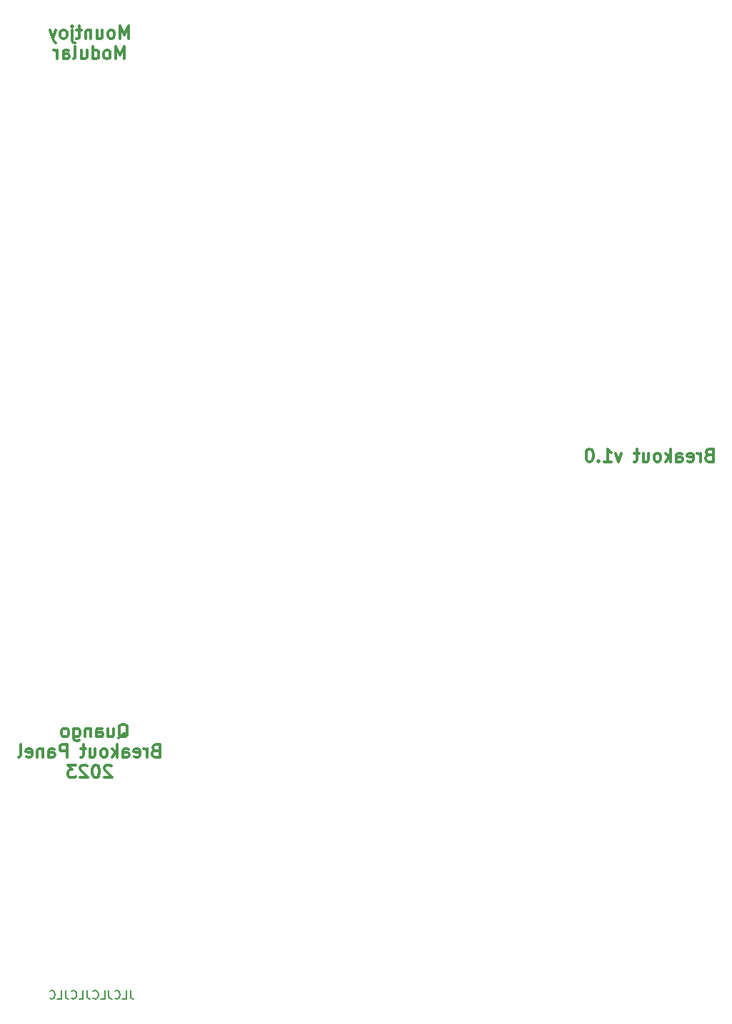
<source format=gbr>
%TF.GenerationSoftware,KiCad,Pcbnew,7.0.5*%
%TF.CreationDate,2023-07-06T16:17:21+01:00*%
%TF.ProjectId,QuangoBreakout_Panel,5175616e-676f-4427-9265-616b6f75745f,rev?*%
%TF.SameCoordinates,Original*%
%TF.FileFunction,Legend,Bot*%
%TF.FilePolarity,Positive*%
%FSLAX46Y46*%
G04 Gerber Fmt 4.6, Leading zero omitted, Abs format (unit mm)*
G04 Created by KiCad (PCBNEW 7.0.5) date 2023-07-06 16:17:21*
%MOMM*%
%LPD*%
G01*
G04 APERTURE LIST*
%ADD10C,0.300000*%
%ADD11C,0.150000*%
G04 APERTURE END LIST*
D10*
X62792857Y-131406185D02*
X62935714Y-131334757D01*
X62935714Y-131334757D02*
X63078571Y-131191900D01*
X63078571Y-131191900D02*
X63292857Y-130977614D01*
X63292857Y-130977614D02*
X63435714Y-130906185D01*
X63435714Y-130906185D02*
X63578571Y-130906185D01*
X63507142Y-131263328D02*
X63650000Y-131191900D01*
X63650000Y-131191900D02*
X63792857Y-131049042D01*
X63792857Y-131049042D02*
X63864285Y-130763328D01*
X63864285Y-130763328D02*
X63864285Y-130263328D01*
X63864285Y-130263328D02*
X63792857Y-129977614D01*
X63792857Y-129977614D02*
X63650000Y-129834757D01*
X63650000Y-129834757D02*
X63507142Y-129763328D01*
X63507142Y-129763328D02*
X63221428Y-129763328D01*
X63221428Y-129763328D02*
X63078571Y-129834757D01*
X63078571Y-129834757D02*
X62935714Y-129977614D01*
X62935714Y-129977614D02*
X62864285Y-130263328D01*
X62864285Y-130263328D02*
X62864285Y-130763328D01*
X62864285Y-130763328D02*
X62935714Y-131049042D01*
X62935714Y-131049042D02*
X63078571Y-131191900D01*
X63078571Y-131191900D02*
X63221428Y-131263328D01*
X63221428Y-131263328D02*
X63507142Y-131263328D01*
X61578571Y-130263328D02*
X61578571Y-131263328D01*
X62221428Y-130263328D02*
X62221428Y-131049042D01*
X62221428Y-131049042D02*
X62149999Y-131191900D01*
X62149999Y-131191900D02*
X62007142Y-131263328D01*
X62007142Y-131263328D02*
X61792856Y-131263328D01*
X61792856Y-131263328D02*
X61649999Y-131191900D01*
X61649999Y-131191900D02*
X61578571Y-131120471D01*
X60221428Y-131263328D02*
X60221428Y-130477614D01*
X60221428Y-130477614D02*
X60292856Y-130334757D01*
X60292856Y-130334757D02*
X60435713Y-130263328D01*
X60435713Y-130263328D02*
X60721428Y-130263328D01*
X60721428Y-130263328D02*
X60864285Y-130334757D01*
X60221428Y-131191900D02*
X60364285Y-131263328D01*
X60364285Y-131263328D02*
X60721428Y-131263328D01*
X60721428Y-131263328D02*
X60864285Y-131191900D01*
X60864285Y-131191900D02*
X60935713Y-131049042D01*
X60935713Y-131049042D02*
X60935713Y-130906185D01*
X60935713Y-130906185D02*
X60864285Y-130763328D01*
X60864285Y-130763328D02*
X60721428Y-130691900D01*
X60721428Y-130691900D02*
X60364285Y-130691900D01*
X60364285Y-130691900D02*
X60221428Y-130620471D01*
X59507142Y-130263328D02*
X59507142Y-131263328D01*
X59507142Y-130406185D02*
X59435713Y-130334757D01*
X59435713Y-130334757D02*
X59292856Y-130263328D01*
X59292856Y-130263328D02*
X59078570Y-130263328D01*
X59078570Y-130263328D02*
X58935713Y-130334757D01*
X58935713Y-130334757D02*
X58864285Y-130477614D01*
X58864285Y-130477614D02*
X58864285Y-131263328D01*
X57507142Y-130263328D02*
X57507142Y-131477614D01*
X57507142Y-131477614D02*
X57578570Y-131620471D01*
X57578570Y-131620471D02*
X57649999Y-131691900D01*
X57649999Y-131691900D02*
X57792856Y-131763328D01*
X57792856Y-131763328D02*
X58007142Y-131763328D01*
X58007142Y-131763328D02*
X58149999Y-131691900D01*
X57507142Y-131191900D02*
X57649999Y-131263328D01*
X57649999Y-131263328D02*
X57935713Y-131263328D01*
X57935713Y-131263328D02*
X58078570Y-131191900D01*
X58078570Y-131191900D02*
X58149999Y-131120471D01*
X58149999Y-131120471D02*
X58221427Y-130977614D01*
X58221427Y-130977614D02*
X58221427Y-130549042D01*
X58221427Y-130549042D02*
X58149999Y-130406185D01*
X58149999Y-130406185D02*
X58078570Y-130334757D01*
X58078570Y-130334757D02*
X57935713Y-130263328D01*
X57935713Y-130263328D02*
X57649999Y-130263328D01*
X57649999Y-130263328D02*
X57507142Y-130334757D01*
X56578570Y-131263328D02*
X56721427Y-131191900D01*
X56721427Y-131191900D02*
X56792856Y-131120471D01*
X56792856Y-131120471D02*
X56864284Y-130977614D01*
X56864284Y-130977614D02*
X56864284Y-130549042D01*
X56864284Y-130549042D02*
X56792856Y-130406185D01*
X56792856Y-130406185D02*
X56721427Y-130334757D01*
X56721427Y-130334757D02*
X56578570Y-130263328D01*
X56578570Y-130263328D02*
X56364284Y-130263328D01*
X56364284Y-130263328D02*
X56221427Y-130334757D01*
X56221427Y-130334757D02*
X56149999Y-130406185D01*
X56149999Y-130406185D02*
X56078570Y-130549042D01*
X56078570Y-130549042D02*
X56078570Y-130977614D01*
X56078570Y-130977614D02*
X56149999Y-131120471D01*
X56149999Y-131120471D02*
X56221427Y-131191900D01*
X56221427Y-131191900D02*
X56364284Y-131263328D01*
X56364284Y-131263328D02*
X56578570Y-131263328D01*
X67185714Y-132892614D02*
X66971428Y-132964042D01*
X66971428Y-132964042D02*
X66899999Y-133035471D01*
X66899999Y-133035471D02*
X66828571Y-133178328D01*
X66828571Y-133178328D02*
X66828571Y-133392614D01*
X66828571Y-133392614D02*
X66899999Y-133535471D01*
X66899999Y-133535471D02*
X66971428Y-133606900D01*
X66971428Y-133606900D02*
X67114285Y-133678328D01*
X67114285Y-133678328D02*
X67685714Y-133678328D01*
X67685714Y-133678328D02*
X67685714Y-132178328D01*
X67685714Y-132178328D02*
X67185714Y-132178328D01*
X67185714Y-132178328D02*
X67042857Y-132249757D01*
X67042857Y-132249757D02*
X66971428Y-132321185D01*
X66971428Y-132321185D02*
X66899999Y-132464042D01*
X66899999Y-132464042D02*
X66899999Y-132606900D01*
X66899999Y-132606900D02*
X66971428Y-132749757D01*
X66971428Y-132749757D02*
X67042857Y-132821185D01*
X67042857Y-132821185D02*
X67185714Y-132892614D01*
X67185714Y-132892614D02*
X67685714Y-132892614D01*
X66185714Y-133678328D02*
X66185714Y-132678328D01*
X66185714Y-132964042D02*
X66114285Y-132821185D01*
X66114285Y-132821185D02*
X66042857Y-132749757D01*
X66042857Y-132749757D02*
X65899999Y-132678328D01*
X65899999Y-132678328D02*
X65757142Y-132678328D01*
X64685714Y-133606900D02*
X64828571Y-133678328D01*
X64828571Y-133678328D02*
X65114286Y-133678328D01*
X65114286Y-133678328D02*
X65257143Y-133606900D01*
X65257143Y-133606900D02*
X65328571Y-133464042D01*
X65328571Y-133464042D02*
X65328571Y-132892614D01*
X65328571Y-132892614D02*
X65257143Y-132749757D01*
X65257143Y-132749757D02*
X65114286Y-132678328D01*
X65114286Y-132678328D02*
X64828571Y-132678328D01*
X64828571Y-132678328D02*
X64685714Y-132749757D01*
X64685714Y-132749757D02*
X64614286Y-132892614D01*
X64614286Y-132892614D02*
X64614286Y-133035471D01*
X64614286Y-133035471D02*
X65328571Y-133178328D01*
X63328572Y-133678328D02*
X63328572Y-132892614D01*
X63328572Y-132892614D02*
X63400000Y-132749757D01*
X63400000Y-132749757D02*
X63542857Y-132678328D01*
X63542857Y-132678328D02*
X63828572Y-132678328D01*
X63828572Y-132678328D02*
X63971429Y-132749757D01*
X63328572Y-133606900D02*
X63471429Y-133678328D01*
X63471429Y-133678328D02*
X63828572Y-133678328D01*
X63828572Y-133678328D02*
X63971429Y-133606900D01*
X63971429Y-133606900D02*
X64042857Y-133464042D01*
X64042857Y-133464042D02*
X64042857Y-133321185D01*
X64042857Y-133321185D02*
X63971429Y-133178328D01*
X63971429Y-133178328D02*
X63828572Y-133106900D01*
X63828572Y-133106900D02*
X63471429Y-133106900D01*
X63471429Y-133106900D02*
X63328572Y-133035471D01*
X62614286Y-133678328D02*
X62614286Y-132178328D01*
X62471429Y-133106900D02*
X62042857Y-133678328D01*
X62042857Y-132678328D02*
X62614286Y-133249757D01*
X61185714Y-133678328D02*
X61328571Y-133606900D01*
X61328571Y-133606900D02*
X61400000Y-133535471D01*
X61400000Y-133535471D02*
X61471428Y-133392614D01*
X61471428Y-133392614D02*
X61471428Y-132964042D01*
X61471428Y-132964042D02*
X61400000Y-132821185D01*
X61400000Y-132821185D02*
X61328571Y-132749757D01*
X61328571Y-132749757D02*
X61185714Y-132678328D01*
X61185714Y-132678328D02*
X60971428Y-132678328D01*
X60971428Y-132678328D02*
X60828571Y-132749757D01*
X60828571Y-132749757D02*
X60757143Y-132821185D01*
X60757143Y-132821185D02*
X60685714Y-132964042D01*
X60685714Y-132964042D02*
X60685714Y-133392614D01*
X60685714Y-133392614D02*
X60757143Y-133535471D01*
X60757143Y-133535471D02*
X60828571Y-133606900D01*
X60828571Y-133606900D02*
X60971428Y-133678328D01*
X60971428Y-133678328D02*
X61185714Y-133678328D01*
X59400000Y-132678328D02*
X59400000Y-133678328D01*
X60042857Y-132678328D02*
X60042857Y-133464042D01*
X60042857Y-133464042D02*
X59971428Y-133606900D01*
X59971428Y-133606900D02*
X59828571Y-133678328D01*
X59828571Y-133678328D02*
X59614285Y-133678328D01*
X59614285Y-133678328D02*
X59471428Y-133606900D01*
X59471428Y-133606900D02*
X59400000Y-133535471D01*
X58899999Y-132678328D02*
X58328571Y-132678328D01*
X58685714Y-132178328D02*
X58685714Y-133464042D01*
X58685714Y-133464042D02*
X58614285Y-133606900D01*
X58614285Y-133606900D02*
X58471428Y-133678328D01*
X58471428Y-133678328D02*
X58328571Y-133678328D01*
X56685714Y-133678328D02*
X56685714Y-132178328D01*
X56685714Y-132178328D02*
X56114285Y-132178328D01*
X56114285Y-132178328D02*
X55971428Y-132249757D01*
X55971428Y-132249757D02*
X55899999Y-132321185D01*
X55899999Y-132321185D02*
X55828571Y-132464042D01*
X55828571Y-132464042D02*
X55828571Y-132678328D01*
X55828571Y-132678328D02*
X55899999Y-132821185D01*
X55899999Y-132821185D02*
X55971428Y-132892614D01*
X55971428Y-132892614D02*
X56114285Y-132964042D01*
X56114285Y-132964042D02*
X56685714Y-132964042D01*
X54542857Y-133678328D02*
X54542857Y-132892614D01*
X54542857Y-132892614D02*
X54614285Y-132749757D01*
X54614285Y-132749757D02*
X54757142Y-132678328D01*
X54757142Y-132678328D02*
X55042857Y-132678328D01*
X55042857Y-132678328D02*
X55185714Y-132749757D01*
X54542857Y-133606900D02*
X54685714Y-133678328D01*
X54685714Y-133678328D02*
X55042857Y-133678328D01*
X55042857Y-133678328D02*
X55185714Y-133606900D01*
X55185714Y-133606900D02*
X55257142Y-133464042D01*
X55257142Y-133464042D02*
X55257142Y-133321185D01*
X55257142Y-133321185D02*
X55185714Y-133178328D01*
X55185714Y-133178328D02*
X55042857Y-133106900D01*
X55042857Y-133106900D02*
X54685714Y-133106900D01*
X54685714Y-133106900D02*
X54542857Y-133035471D01*
X53828571Y-132678328D02*
X53828571Y-133678328D01*
X53828571Y-132821185D02*
X53757142Y-132749757D01*
X53757142Y-132749757D02*
X53614285Y-132678328D01*
X53614285Y-132678328D02*
X53399999Y-132678328D01*
X53399999Y-132678328D02*
X53257142Y-132749757D01*
X53257142Y-132749757D02*
X53185714Y-132892614D01*
X53185714Y-132892614D02*
X53185714Y-133678328D01*
X51899999Y-133606900D02*
X52042856Y-133678328D01*
X52042856Y-133678328D02*
X52328571Y-133678328D01*
X52328571Y-133678328D02*
X52471428Y-133606900D01*
X52471428Y-133606900D02*
X52542856Y-133464042D01*
X52542856Y-133464042D02*
X52542856Y-132892614D01*
X52542856Y-132892614D02*
X52471428Y-132749757D01*
X52471428Y-132749757D02*
X52328571Y-132678328D01*
X52328571Y-132678328D02*
X52042856Y-132678328D01*
X52042856Y-132678328D02*
X51899999Y-132749757D01*
X51899999Y-132749757D02*
X51828571Y-132892614D01*
X51828571Y-132892614D02*
X51828571Y-133035471D01*
X51828571Y-133035471D02*
X52542856Y-133178328D01*
X50971428Y-133678328D02*
X51114285Y-133606900D01*
X51114285Y-133606900D02*
X51185714Y-133464042D01*
X51185714Y-133464042D02*
X51185714Y-132178328D01*
X61971427Y-134736185D02*
X61899999Y-134664757D01*
X61899999Y-134664757D02*
X61757142Y-134593328D01*
X61757142Y-134593328D02*
X61399999Y-134593328D01*
X61399999Y-134593328D02*
X61257142Y-134664757D01*
X61257142Y-134664757D02*
X61185713Y-134736185D01*
X61185713Y-134736185D02*
X61114284Y-134879042D01*
X61114284Y-134879042D02*
X61114284Y-135021900D01*
X61114284Y-135021900D02*
X61185713Y-135236185D01*
X61185713Y-135236185D02*
X62042856Y-136093328D01*
X62042856Y-136093328D02*
X61114284Y-136093328D01*
X60185713Y-134593328D02*
X60042856Y-134593328D01*
X60042856Y-134593328D02*
X59899999Y-134664757D01*
X59899999Y-134664757D02*
X59828571Y-134736185D01*
X59828571Y-134736185D02*
X59757142Y-134879042D01*
X59757142Y-134879042D02*
X59685713Y-135164757D01*
X59685713Y-135164757D02*
X59685713Y-135521900D01*
X59685713Y-135521900D02*
X59757142Y-135807614D01*
X59757142Y-135807614D02*
X59828571Y-135950471D01*
X59828571Y-135950471D02*
X59899999Y-136021900D01*
X59899999Y-136021900D02*
X60042856Y-136093328D01*
X60042856Y-136093328D02*
X60185713Y-136093328D01*
X60185713Y-136093328D02*
X60328571Y-136021900D01*
X60328571Y-136021900D02*
X60399999Y-135950471D01*
X60399999Y-135950471D02*
X60471428Y-135807614D01*
X60471428Y-135807614D02*
X60542856Y-135521900D01*
X60542856Y-135521900D02*
X60542856Y-135164757D01*
X60542856Y-135164757D02*
X60471428Y-134879042D01*
X60471428Y-134879042D02*
X60399999Y-134736185D01*
X60399999Y-134736185D02*
X60328571Y-134664757D01*
X60328571Y-134664757D02*
X60185713Y-134593328D01*
X59114285Y-134736185D02*
X59042857Y-134664757D01*
X59042857Y-134664757D02*
X58900000Y-134593328D01*
X58900000Y-134593328D02*
X58542857Y-134593328D01*
X58542857Y-134593328D02*
X58400000Y-134664757D01*
X58400000Y-134664757D02*
X58328571Y-134736185D01*
X58328571Y-134736185D02*
X58257142Y-134879042D01*
X58257142Y-134879042D02*
X58257142Y-135021900D01*
X58257142Y-135021900D02*
X58328571Y-135236185D01*
X58328571Y-135236185D02*
X59185714Y-136093328D01*
X59185714Y-136093328D02*
X58257142Y-136093328D01*
X57757143Y-134593328D02*
X56828571Y-134593328D01*
X56828571Y-134593328D02*
X57328571Y-135164757D01*
X57328571Y-135164757D02*
X57114286Y-135164757D01*
X57114286Y-135164757D02*
X56971429Y-135236185D01*
X56971429Y-135236185D02*
X56900000Y-135307614D01*
X56900000Y-135307614D02*
X56828571Y-135450471D01*
X56828571Y-135450471D02*
X56828571Y-135807614D01*
X56828571Y-135807614D02*
X56900000Y-135950471D01*
X56900000Y-135950471D02*
X56971429Y-136021900D01*
X56971429Y-136021900D02*
X57114286Y-136093328D01*
X57114286Y-136093328D02*
X57542857Y-136093328D01*
X57542857Y-136093328D02*
X57685714Y-136021900D01*
X57685714Y-136021900D02*
X57757143Y-135950471D01*
X63971429Y-48570828D02*
X63971429Y-47070828D01*
X63971429Y-47070828D02*
X63471429Y-48142257D01*
X63471429Y-48142257D02*
X62971429Y-47070828D01*
X62971429Y-47070828D02*
X62971429Y-48570828D01*
X62042857Y-48570828D02*
X62185714Y-48499400D01*
X62185714Y-48499400D02*
X62257143Y-48427971D01*
X62257143Y-48427971D02*
X62328571Y-48285114D01*
X62328571Y-48285114D02*
X62328571Y-47856542D01*
X62328571Y-47856542D02*
X62257143Y-47713685D01*
X62257143Y-47713685D02*
X62185714Y-47642257D01*
X62185714Y-47642257D02*
X62042857Y-47570828D01*
X62042857Y-47570828D02*
X61828571Y-47570828D01*
X61828571Y-47570828D02*
X61685714Y-47642257D01*
X61685714Y-47642257D02*
X61614286Y-47713685D01*
X61614286Y-47713685D02*
X61542857Y-47856542D01*
X61542857Y-47856542D02*
X61542857Y-48285114D01*
X61542857Y-48285114D02*
X61614286Y-48427971D01*
X61614286Y-48427971D02*
X61685714Y-48499400D01*
X61685714Y-48499400D02*
X61828571Y-48570828D01*
X61828571Y-48570828D02*
X62042857Y-48570828D01*
X60257143Y-47570828D02*
X60257143Y-48570828D01*
X60900000Y-47570828D02*
X60900000Y-48356542D01*
X60900000Y-48356542D02*
X60828571Y-48499400D01*
X60828571Y-48499400D02*
X60685714Y-48570828D01*
X60685714Y-48570828D02*
X60471428Y-48570828D01*
X60471428Y-48570828D02*
X60328571Y-48499400D01*
X60328571Y-48499400D02*
X60257143Y-48427971D01*
X59542857Y-47570828D02*
X59542857Y-48570828D01*
X59542857Y-47713685D02*
X59471428Y-47642257D01*
X59471428Y-47642257D02*
X59328571Y-47570828D01*
X59328571Y-47570828D02*
X59114285Y-47570828D01*
X59114285Y-47570828D02*
X58971428Y-47642257D01*
X58971428Y-47642257D02*
X58900000Y-47785114D01*
X58900000Y-47785114D02*
X58900000Y-48570828D01*
X58399999Y-47570828D02*
X57828571Y-47570828D01*
X58185714Y-47070828D02*
X58185714Y-48356542D01*
X58185714Y-48356542D02*
X58114285Y-48499400D01*
X58114285Y-48499400D02*
X57971428Y-48570828D01*
X57971428Y-48570828D02*
X57828571Y-48570828D01*
X57328571Y-47570828D02*
X57328571Y-48856542D01*
X57328571Y-48856542D02*
X57399999Y-48999400D01*
X57399999Y-48999400D02*
X57542856Y-49070828D01*
X57542856Y-49070828D02*
X57614285Y-49070828D01*
X57328571Y-47070828D02*
X57399999Y-47142257D01*
X57399999Y-47142257D02*
X57328571Y-47213685D01*
X57328571Y-47213685D02*
X57257142Y-47142257D01*
X57257142Y-47142257D02*
X57328571Y-47070828D01*
X57328571Y-47070828D02*
X57328571Y-47213685D01*
X56399999Y-48570828D02*
X56542856Y-48499400D01*
X56542856Y-48499400D02*
X56614285Y-48427971D01*
X56614285Y-48427971D02*
X56685713Y-48285114D01*
X56685713Y-48285114D02*
X56685713Y-47856542D01*
X56685713Y-47856542D02*
X56614285Y-47713685D01*
X56614285Y-47713685D02*
X56542856Y-47642257D01*
X56542856Y-47642257D02*
X56399999Y-47570828D01*
X56399999Y-47570828D02*
X56185713Y-47570828D01*
X56185713Y-47570828D02*
X56042856Y-47642257D01*
X56042856Y-47642257D02*
X55971428Y-47713685D01*
X55971428Y-47713685D02*
X55899999Y-47856542D01*
X55899999Y-47856542D02*
X55899999Y-48285114D01*
X55899999Y-48285114D02*
X55971428Y-48427971D01*
X55971428Y-48427971D02*
X56042856Y-48499400D01*
X56042856Y-48499400D02*
X56185713Y-48570828D01*
X56185713Y-48570828D02*
X56399999Y-48570828D01*
X55399999Y-47570828D02*
X55042856Y-48570828D01*
X54685713Y-47570828D02*
X55042856Y-48570828D01*
X55042856Y-48570828D02*
X55185713Y-48927971D01*
X55185713Y-48927971D02*
X55257142Y-48999400D01*
X55257142Y-48999400D02*
X55399999Y-49070828D01*
X63471428Y-50985828D02*
X63471428Y-49485828D01*
X63471428Y-49485828D02*
X62971428Y-50557257D01*
X62971428Y-50557257D02*
X62471428Y-49485828D01*
X62471428Y-49485828D02*
X62471428Y-50985828D01*
X61542856Y-50985828D02*
X61685713Y-50914400D01*
X61685713Y-50914400D02*
X61757142Y-50842971D01*
X61757142Y-50842971D02*
X61828570Y-50700114D01*
X61828570Y-50700114D02*
X61828570Y-50271542D01*
X61828570Y-50271542D02*
X61757142Y-50128685D01*
X61757142Y-50128685D02*
X61685713Y-50057257D01*
X61685713Y-50057257D02*
X61542856Y-49985828D01*
X61542856Y-49985828D02*
X61328570Y-49985828D01*
X61328570Y-49985828D02*
X61185713Y-50057257D01*
X61185713Y-50057257D02*
X61114285Y-50128685D01*
X61114285Y-50128685D02*
X61042856Y-50271542D01*
X61042856Y-50271542D02*
X61042856Y-50700114D01*
X61042856Y-50700114D02*
X61114285Y-50842971D01*
X61114285Y-50842971D02*
X61185713Y-50914400D01*
X61185713Y-50914400D02*
X61328570Y-50985828D01*
X61328570Y-50985828D02*
X61542856Y-50985828D01*
X59757142Y-50985828D02*
X59757142Y-49485828D01*
X59757142Y-50914400D02*
X59899999Y-50985828D01*
X59899999Y-50985828D02*
X60185713Y-50985828D01*
X60185713Y-50985828D02*
X60328570Y-50914400D01*
X60328570Y-50914400D02*
X60399999Y-50842971D01*
X60399999Y-50842971D02*
X60471427Y-50700114D01*
X60471427Y-50700114D02*
X60471427Y-50271542D01*
X60471427Y-50271542D02*
X60399999Y-50128685D01*
X60399999Y-50128685D02*
X60328570Y-50057257D01*
X60328570Y-50057257D02*
X60185713Y-49985828D01*
X60185713Y-49985828D02*
X59899999Y-49985828D01*
X59899999Y-49985828D02*
X59757142Y-50057257D01*
X58399999Y-49985828D02*
X58399999Y-50985828D01*
X59042856Y-49985828D02*
X59042856Y-50771542D01*
X59042856Y-50771542D02*
X58971427Y-50914400D01*
X58971427Y-50914400D02*
X58828570Y-50985828D01*
X58828570Y-50985828D02*
X58614284Y-50985828D01*
X58614284Y-50985828D02*
X58471427Y-50914400D01*
X58471427Y-50914400D02*
X58399999Y-50842971D01*
X57471427Y-50985828D02*
X57614284Y-50914400D01*
X57614284Y-50914400D02*
X57685713Y-50771542D01*
X57685713Y-50771542D02*
X57685713Y-49485828D01*
X56257142Y-50985828D02*
X56257142Y-50200114D01*
X56257142Y-50200114D02*
X56328570Y-50057257D01*
X56328570Y-50057257D02*
X56471427Y-49985828D01*
X56471427Y-49985828D02*
X56757142Y-49985828D01*
X56757142Y-49985828D02*
X56899999Y-50057257D01*
X56257142Y-50914400D02*
X56399999Y-50985828D01*
X56399999Y-50985828D02*
X56757142Y-50985828D01*
X56757142Y-50985828D02*
X56899999Y-50914400D01*
X56899999Y-50914400D02*
X56971427Y-50771542D01*
X56971427Y-50771542D02*
X56971427Y-50628685D01*
X56971427Y-50628685D02*
X56899999Y-50485828D01*
X56899999Y-50485828D02*
X56757142Y-50414400D01*
X56757142Y-50414400D02*
X56399999Y-50414400D01*
X56399999Y-50414400D02*
X56257142Y-50342971D01*
X55542856Y-50985828D02*
X55542856Y-49985828D01*
X55542856Y-50271542D02*
X55471427Y-50128685D01*
X55471427Y-50128685D02*
X55399999Y-50057257D01*
X55399999Y-50057257D02*
X55257141Y-49985828D01*
X55257141Y-49985828D02*
X55114284Y-49985828D01*
X132799999Y-97892614D02*
X132585713Y-97964042D01*
X132585713Y-97964042D02*
X132514284Y-98035471D01*
X132514284Y-98035471D02*
X132442856Y-98178328D01*
X132442856Y-98178328D02*
X132442856Y-98392614D01*
X132442856Y-98392614D02*
X132514284Y-98535471D01*
X132514284Y-98535471D02*
X132585713Y-98606900D01*
X132585713Y-98606900D02*
X132728570Y-98678328D01*
X132728570Y-98678328D02*
X133299999Y-98678328D01*
X133299999Y-98678328D02*
X133299999Y-97178328D01*
X133299999Y-97178328D02*
X132799999Y-97178328D01*
X132799999Y-97178328D02*
X132657142Y-97249757D01*
X132657142Y-97249757D02*
X132585713Y-97321185D01*
X132585713Y-97321185D02*
X132514284Y-97464042D01*
X132514284Y-97464042D02*
X132514284Y-97606900D01*
X132514284Y-97606900D02*
X132585713Y-97749757D01*
X132585713Y-97749757D02*
X132657142Y-97821185D01*
X132657142Y-97821185D02*
X132799999Y-97892614D01*
X132799999Y-97892614D02*
X133299999Y-97892614D01*
X131799999Y-98678328D02*
X131799999Y-97678328D01*
X131799999Y-97964042D02*
X131728570Y-97821185D01*
X131728570Y-97821185D02*
X131657142Y-97749757D01*
X131657142Y-97749757D02*
X131514284Y-97678328D01*
X131514284Y-97678328D02*
X131371427Y-97678328D01*
X130299999Y-98606900D02*
X130442856Y-98678328D01*
X130442856Y-98678328D02*
X130728571Y-98678328D01*
X130728571Y-98678328D02*
X130871428Y-98606900D01*
X130871428Y-98606900D02*
X130942856Y-98464042D01*
X130942856Y-98464042D02*
X130942856Y-97892614D01*
X130942856Y-97892614D02*
X130871428Y-97749757D01*
X130871428Y-97749757D02*
X130728571Y-97678328D01*
X130728571Y-97678328D02*
X130442856Y-97678328D01*
X130442856Y-97678328D02*
X130299999Y-97749757D01*
X130299999Y-97749757D02*
X130228571Y-97892614D01*
X130228571Y-97892614D02*
X130228571Y-98035471D01*
X130228571Y-98035471D02*
X130942856Y-98178328D01*
X128942857Y-98678328D02*
X128942857Y-97892614D01*
X128942857Y-97892614D02*
X129014285Y-97749757D01*
X129014285Y-97749757D02*
X129157142Y-97678328D01*
X129157142Y-97678328D02*
X129442857Y-97678328D01*
X129442857Y-97678328D02*
X129585714Y-97749757D01*
X128942857Y-98606900D02*
X129085714Y-98678328D01*
X129085714Y-98678328D02*
X129442857Y-98678328D01*
X129442857Y-98678328D02*
X129585714Y-98606900D01*
X129585714Y-98606900D02*
X129657142Y-98464042D01*
X129657142Y-98464042D02*
X129657142Y-98321185D01*
X129657142Y-98321185D02*
X129585714Y-98178328D01*
X129585714Y-98178328D02*
X129442857Y-98106900D01*
X129442857Y-98106900D02*
X129085714Y-98106900D01*
X129085714Y-98106900D02*
X128942857Y-98035471D01*
X128228571Y-98678328D02*
X128228571Y-97178328D01*
X128085714Y-98106900D02*
X127657142Y-98678328D01*
X127657142Y-97678328D02*
X128228571Y-98249757D01*
X126799999Y-98678328D02*
X126942856Y-98606900D01*
X126942856Y-98606900D02*
X127014285Y-98535471D01*
X127014285Y-98535471D02*
X127085713Y-98392614D01*
X127085713Y-98392614D02*
X127085713Y-97964042D01*
X127085713Y-97964042D02*
X127014285Y-97821185D01*
X127014285Y-97821185D02*
X126942856Y-97749757D01*
X126942856Y-97749757D02*
X126799999Y-97678328D01*
X126799999Y-97678328D02*
X126585713Y-97678328D01*
X126585713Y-97678328D02*
X126442856Y-97749757D01*
X126442856Y-97749757D02*
X126371428Y-97821185D01*
X126371428Y-97821185D02*
X126299999Y-97964042D01*
X126299999Y-97964042D02*
X126299999Y-98392614D01*
X126299999Y-98392614D02*
X126371428Y-98535471D01*
X126371428Y-98535471D02*
X126442856Y-98606900D01*
X126442856Y-98606900D02*
X126585713Y-98678328D01*
X126585713Y-98678328D02*
X126799999Y-98678328D01*
X125014285Y-97678328D02*
X125014285Y-98678328D01*
X125657142Y-97678328D02*
X125657142Y-98464042D01*
X125657142Y-98464042D02*
X125585713Y-98606900D01*
X125585713Y-98606900D02*
X125442856Y-98678328D01*
X125442856Y-98678328D02*
X125228570Y-98678328D01*
X125228570Y-98678328D02*
X125085713Y-98606900D01*
X125085713Y-98606900D02*
X125014285Y-98535471D01*
X124514284Y-97678328D02*
X123942856Y-97678328D01*
X124299999Y-97178328D02*
X124299999Y-98464042D01*
X124299999Y-98464042D02*
X124228570Y-98606900D01*
X124228570Y-98606900D02*
X124085713Y-98678328D01*
X124085713Y-98678328D02*
X123942856Y-98678328D01*
X122442856Y-97678328D02*
X122085713Y-98678328D01*
X122085713Y-98678328D02*
X121728570Y-97678328D01*
X120371427Y-98678328D02*
X121228570Y-98678328D01*
X120799999Y-98678328D02*
X120799999Y-97178328D01*
X120799999Y-97178328D02*
X120942856Y-97392614D01*
X120942856Y-97392614D02*
X121085713Y-97535471D01*
X121085713Y-97535471D02*
X121228570Y-97606900D01*
X119728571Y-98535471D02*
X119657142Y-98606900D01*
X119657142Y-98606900D02*
X119728571Y-98678328D01*
X119728571Y-98678328D02*
X119799999Y-98606900D01*
X119799999Y-98606900D02*
X119728571Y-98535471D01*
X119728571Y-98535471D02*
X119728571Y-98678328D01*
X118728570Y-97178328D02*
X118585713Y-97178328D01*
X118585713Y-97178328D02*
X118442856Y-97249757D01*
X118442856Y-97249757D02*
X118371428Y-97321185D01*
X118371428Y-97321185D02*
X118299999Y-97464042D01*
X118299999Y-97464042D02*
X118228570Y-97749757D01*
X118228570Y-97749757D02*
X118228570Y-98106900D01*
X118228570Y-98106900D02*
X118299999Y-98392614D01*
X118299999Y-98392614D02*
X118371428Y-98535471D01*
X118371428Y-98535471D02*
X118442856Y-98606900D01*
X118442856Y-98606900D02*
X118585713Y-98678328D01*
X118585713Y-98678328D02*
X118728570Y-98678328D01*
X118728570Y-98678328D02*
X118871428Y-98606900D01*
X118871428Y-98606900D02*
X118942856Y-98535471D01*
X118942856Y-98535471D02*
X119014285Y-98392614D01*
X119014285Y-98392614D02*
X119085713Y-98106900D01*
X119085713Y-98106900D02*
X119085713Y-97749757D01*
X119085713Y-97749757D02*
X119014285Y-97464042D01*
X119014285Y-97464042D02*
X118942856Y-97321185D01*
X118942856Y-97321185D02*
X118871428Y-97249757D01*
X118871428Y-97249757D02*
X118728570Y-97178328D01*
D11*
X64219048Y-161304819D02*
X64219048Y-162019104D01*
X64219048Y-162019104D02*
X64266667Y-162161961D01*
X64266667Y-162161961D02*
X64361905Y-162257200D01*
X64361905Y-162257200D02*
X64504762Y-162304819D01*
X64504762Y-162304819D02*
X64600000Y-162304819D01*
X63266667Y-162304819D02*
X63742857Y-162304819D01*
X63742857Y-162304819D02*
X63742857Y-161304819D01*
X62361905Y-162209580D02*
X62409524Y-162257200D01*
X62409524Y-162257200D02*
X62552381Y-162304819D01*
X62552381Y-162304819D02*
X62647619Y-162304819D01*
X62647619Y-162304819D02*
X62790476Y-162257200D01*
X62790476Y-162257200D02*
X62885714Y-162161961D01*
X62885714Y-162161961D02*
X62933333Y-162066723D01*
X62933333Y-162066723D02*
X62980952Y-161876247D01*
X62980952Y-161876247D02*
X62980952Y-161733390D01*
X62980952Y-161733390D02*
X62933333Y-161542914D01*
X62933333Y-161542914D02*
X62885714Y-161447676D01*
X62885714Y-161447676D02*
X62790476Y-161352438D01*
X62790476Y-161352438D02*
X62647619Y-161304819D01*
X62647619Y-161304819D02*
X62552381Y-161304819D01*
X62552381Y-161304819D02*
X62409524Y-161352438D01*
X62409524Y-161352438D02*
X62361905Y-161400057D01*
X61647619Y-161304819D02*
X61647619Y-162019104D01*
X61647619Y-162019104D02*
X61695238Y-162161961D01*
X61695238Y-162161961D02*
X61790476Y-162257200D01*
X61790476Y-162257200D02*
X61933333Y-162304819D01*
X61933333Y-162304819D02*
X62028571Y-162304819D01*
X60695238Y-162304819D02*
X61171428Y-162304819D01*
X61171428Y-162304819D02*
X61171428Y-161304819D01*
X59790476Y-162209580D02*
X59838095Y-162257200D01*
X59838095Y-162257200D02*
X59980952Y-162304819D01*
X59980952Y-162304819D02*
X60076190Y-162304819D01*
X60076190Y-162304819D02*
X60219047Y-162257200D01*
X60219047Y-162257200D02*
X60314285Y-162161961D01*
X60314285Y-162161961D02*
X60361904Y-162066723D01*
X60361904Y-162066723D02*
X60409523Y-161876247D01*
X60409523Y-161876247D02*
X60409523Y-161733390D01*
X60409523Y-161733390D02*
X60361904Y-161542914D01*
X60361904Y-161542914D02*
X60314285Y-161447676D01*
X60314285Y-161447676D02*
X60219047Y-161352438D01*
X60219047Y-161352438D02*
X60076190Y-161304819D01*
X60076190Y-161304819D02*
X59980952Y-161304819D01*
X59980952Y-161304819D02*
X59838095Y-161352438D01*
X59838095Y-161352438D02*
X59790476Y-161400057D01*
X59076190Y-161304819D02*
X59076190Y-162019104D01*
X59076190Y-162019104D02*
X59123809Y-162161961D01*
X59123809Y-162161961D02*
X59219047Y-162257200D01*
X59219047Y-162257200D02*
X59361904Y-162304819D01*
X59361904Y-162304819D02*
X59457142Y-162304819D01*
X58123809Y-162304819D02*
X58599999Y-162304819D01*
X58599999Y-162304819D02*
X58599999Y-161304819D01*
X57219047Y-162209580D02*
X57266666Y-162257200D01*
X57266666Y-162257200D02*
X57409523Y-162304819D01*
X57409523Y-162304819D02*
X57504761Y-162304819D01*
X57504761Y-162304819D02*
X57647618Y-162257200D01*
X57647618Y-162257200D02*
X57742856Y-162161961D01*
X57742856Y-162161961D02*
X57790475Y-162066723D01*
X57790475Y-162066723D02*
X57838094Y-161876247D01*
X57838094Y-161876247D02*
X57838094Y-161733390D01*
X57838094Y-161733390D02*
X57790475Y-161542914D01*
X57790475Y-161542914D02*
X57742856Y-161447676D01*
X57742856Y-161447676D02*
X57647618Y-161352438D01*
X57647618Y-161352438D02*
X57504761Y-161304819D01*
X57504761Y-161304819D02*
X57409523Y-161304819D01*
X57409523Y-161304819D02*
X57266666Y-161352438D01*
X57266666Y-161352438D02*
X57219047Y-161400057D01*
X56504761Y-161304819D02*
X56504761Y-162019104D01*
X56504761Y-162019104D02*
X56552380Y-162161961D01*
X56552380Y-162161961D02*
X56647618Y-162257200D01*
X56647618Y-162257200D02*
X56790475Y-162304819D01*
X56790475Y-162304819D02*
X56885713Y-162304819D01*
X55552380Y-162304819D02*
X56028570Y-162304819D01*
X56028570Y-162304819D02*
X56028570Y-161304819D01*
X54647618Y-162209580D02*
X54695237Y-162257200D01*
X54695237Y-162257200D02*
X54838094Y-162304819D01*
X54838094Y-162304819D02*
X54933332Y-162304819D01*
X54933332Y-162304819D02*
X55076189Y-162257200D01*
X55076189Y-162257200D02*
X55171427Y-162161961D01*
X55171427Y-162161961D02*
X55219046Y-162066723D01*
X55219046Y-162066723D02*
X55266665Y-161876247D01*
X55266665Y-161876247D02*
X55266665Y-161733390D01*
X55266665Y-161733390D02*
X55219046Y-161542914D01*
X55219046Y-161542914D02*
X55171427Y-161447676D01*
X55171427Y-161447676D02*
X55076189Y-161352438D01*
X55076189Y-161352438D02*
X54933332Y-161304819D01*
X54933332Y-161304819D02*
X54838094Y-161304819D01*
X54838094Y-161304819D02*
X54695237Y-161352438D01*
X54695237Y-161352438D02*
X54647618Y-161400057D01*
M02*

</source>
